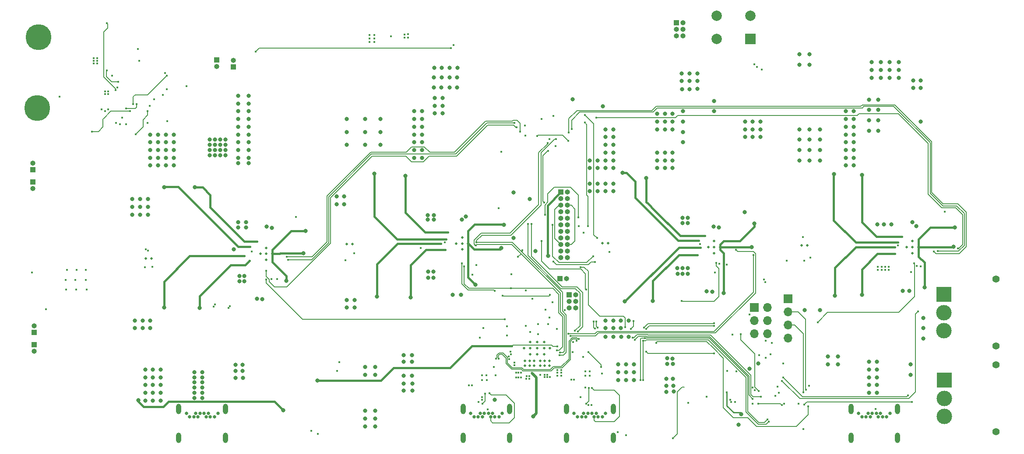
<source format=gbr>
%TF.GenerationSoftware,KiCad,Pcbnew,6.0.0*%
%TF.CreationDate,2022-01-14T14:38:34+01:00*%
%TF.ProjectId,PowerBank V0.2,506f7765-7242-4616-9e6b-2056302e322e,rev?*%
%TF.SameCoordinates,PX2aea540PY80befc0*%
%TF.FileFunction,Copper,L4,Inr*%
%TF.FilePolarity,Positive*%
%FSLAX46Y46*%
G04 Gerber Fmt 4.6, Leading zero omitted, Abs format (unit mm)*
G04 Created by KiCad (PCBNEW 6.0.0) date 2022-01-14 14:38:34*
%MOMM*%
%LPD*%
G01*
G04 APERTURE LIST*
%TA.AperFunction,ComponentPad*%
%ADD10R,1.000000X1.000000*%
%TD*%
%TA.AperFunction,ComponentPad*%
%ADD11O,1.000000X1.000000*%
%TD*%
%TA.AperFunction,ComponentPad*%
%ADD12C,1.400000*%
%TD*%
%TA.AperFunction,ComponentPad*%
%ADD13R,3.000000X3.000000*%
%TD*%
%TA.AperFunction,ComponentPad*%
%ADD14C,3.000000*%
%TD*%
%TA.AperFunction,ComponentPad*%
%ADD15C,0.800000*%
%TD*%
%TA.AperFunction,ComponentPad*%
%ADD16C,5.000000*%
%TD*%
%TA.AperFunction,ComponentPad*%
%ADD17C,0.400000*%
%TD*%
%TA.AperFunction,ComponentPad*%
%ADD18C,0.499999*%
%TD*%
%TA.AperFunction,ComponentPad*%
%ADD19C,2.000000*%
%TD*%
%TA.AperFunction,ComponentPad*%
%ADD20R,2.000000X2.000000*%
%TD*%
%TA.AperFunction,ComponentPad*%
%ADD21C,0.650000*%
%TD*%
%TA.AperFunction,ComponentPad*%
%ADD22O,1.000000X2.000000*%
%TD*%
%TA.AperFunction,ComponentPad*%
%ADD23R,1.700000X1.700000*%
%TD*%
%TA.AperFunction,ComponentPad*%
%ADD24O,1.700000X1.700000*%
%TD*%
%TA.AperFunction,ViaPad*%
%ADD25C,0.400000*%
%TD*%
%TA.AperFunction,ViaPad*%
%ADD26C,0.800000*%
%TD*%
%TA.AperFunction,Conductor*%
%ADD27C,0.200000*%
%TD*%
%TA.AperFunction,Conductor*%
%ADD28C,0.381000*%
%TD*%
%TA.AperFunction,Conductor*%
%ADD29C,0.250000*%
%TD*%
%TA.AperFunction,Conductor*%
%ADD30C,0.500000*%
%TD*%
%TA.AperFunction,Conductor*%
%ADD31C,0.203200*%
%TD*%
%TA.AperFunction,Conductor*%
%ADD32C,0.139700*%
%TD*%
G04 APERTURE END LIST*
D10*
%TO.N,Net-(C123-Pad1)*%
%TO.C,EN*%
X104225000Y32130000D03*
D11*
%TO.N,LDO_3.3V*%
X105495000Y32130000D03*
%TD*%
D10*
%TO.N,+3V3*%
%TO.C,3v3*%
X2244000Y50799000D03*
D11*
%TO.N,Net-(C254-Pad1)*%
X2244000Y49529000D03*
%TD*%
D10*
%TO.N,+3V3*%
%TO.C,IO8*%
X2244000Y53197000D03*
D11*
%TO.N,Net-(IC1-Pad22)*%
X2244000Y54467000D03*
%TD*%
D10*
%TO.N,Net-(C254-Pad1)*%
%TO.C,EN*%
X2498000Y19318000D03*
D11*
%TO.N,Net-(IC1-Pad8)*%
X2498000Y18048000D03*
%TD*%
D10*
%TO.N,GND*%
%TO.C,IO9*%
X2498000Y21716000D03*
D11*
%TO.N,Net-(IC1-Pad23)*%
X2498000Y22986000D03*
%TD*%
D12*
%TO.N,*%
%TO.C,J14*%
X188520000Y15445000D03*
X188520000Y2445000D03*
D13*
%TO.N,+BATT*%
X178520000Y12445000D03*
D14*
%TO.N,/power/MR2*%
X178520000Y8945000D03*
%TO.N,GND*%
X178520000Y5445000D03*
%TD*%
D15*
%TO.N,/WirelessPower/SW_BRG2*%
%TO.C,H2*%
X4712825Y80191825D03*
X3387000Y80741000D03*
X2061175Y80191825D03*
X1512000Y78866000D03*
X2061175Y77540175D03*
X3387000Y76991000D03*
X4712825Y77540175D03*
X5262000Y78866000D03*
D16*
X3387000Y78866000D03*
%TD*%
D15*
%TO.N,/WirelessPower/VCOIL*%
%TO.C,H1*%
X4458825Y66475825D03*
X3133000Y67025000D03*
X1807175Y66475825D03*
X1258000Y65150000D03*
X1807175Y63824175D03*
X3133000Y63275000D03*
X4458825Y63824175D03*
X5008000Y65150000D03*
D16*
X3133000Y65150000D03*
%TD*%
D10*
%TO.N,/BQ1/SPI_SS*%
%TO.C,FLASH*%
X106000000Y29000000D03*
D11*
%TO.N,/BQ1/SPI_CLK*%
X107270000Y29000000D03*
%TO.N,Net-(C123-Pad1)*%
X106000000Y27730000D03*
%TO.N,/BQ1/SPI_MOSI*%
X107270000Y27730000D03*
%TO.N,GND*%
X106000000Y26460000D03*
%TO.N,/BQ1/SPI_MISO*%
X107270000Y26460000D03*
%TD*%
D10*
%TO.N,+5V*%
%TO.C,J12*%
X126700000Y81670000D03*
D11*
%TO.N,/SDA2*%
X127970000Y81670000D03*
%TO.N,+3V3*%
X126700000Y80400000D03*
%TO.N,/SCL2*%
X127970000Y80400000D03*
%TO.N,GND*%
X126700000Y79130000D03*
%TO.N,/DISP*%
X127970000Y79130000D03*
%TD*%
D10*
%TO.N,Net-(J10-Pad2)*%
%TO.C,J11*%
X41050000Y73100000D03*
D11*
%TO.N,+5V*%
X41050000Y74370000D03*
%TD*%
D10*
%TO.N,+5V*%
%TO.C,J10*%
X37850000Y74450000D03*
D11*
%TO.N,Net-(J10-Pad2)*%
X37850000Y73180000D03*
%TD*%
D17*
%TO.N,/PC15*%
%TO.C,Y1*%
X138050000Y8200000D03*
%TO.N,/PC14*%
X137350000Y8200000D03*
%TD*%
D18*
%TO.N,N/C*%
%TO.C,U35*%
X64100001Y38800000D03*
X63000004Y38800000D03*
%TD*%
%TO.N,N/C*%
%TO.C,U34*%
X25250001Y36000000D03*
X24150004Y36000000D03*
%TD*%
%TO.N,N/C*%
%TO.C,U33*%
X113550001Y39000000D03*
X112450004Y39000000D03*
%TD*%
%TO.N,N/C*%
%TO.C,U32*%
X152050001Y38500000D03*
X150950004Y38500000D03*
%TD*%
%TO.N,N/C*%
%TO.C,U26*%
X135200000Y38200000D03*
X134050000Y39350000D03*
X134050000Y38200000D03*
X134050000Y37050000D03*
X132900000Y38200000D03*
%TD*%
%TO.N,N/C*%
%TO.C,U25*%
X100399999Y16200000D03*
X100399999Y15250000D03*
X102150000Y16200000D03*
X102150000Y15250000D03*
X101275001Y15250000D03*
X101275001Y16200000D03*
X99800000Y19850001D03*
X98480000Y19850001D03*
X99800000Y18675400D03*
X97300000Y18650000D03*
X98480000Y18650000D03*
X98480000Y17450000D03*
X99800000Y17450000D03*
X101120000Y17450000D03*
X101120000Y18650000D03*
X102300000Y18650000D03*
X101120000Y19850001D03*
X98350000Y16200000D03*
X98350000Y15250000D03*
X97475001Y15250000D03*
X97475001Y16200000D03*
X99225002Y15250000D03*
X99225002Y16200000D03*
%TD*%
%TO.N,N/C*%
%TO.C,U23*%
X86450000Y38900000D03*
X85300000Y40050000D03*
X85300000Y38900000D03*
X85300000Y37750000D03*
X84150000Y38900000D03*
%TD*%
%TO.N,N/C*%
%TO.C,U13*%
X173550000Y38200000D03*
X172400000Y39350000D03*
X172400000Y38200000D03*
X172400000Y37050000D03*
X171250000Y38200000D03*
%TD*%
D19*
%TO.N,/RESET*%
%TO.C,S1*%
X134500000Y83000000D03*
X141000000Y83000000D03*
%TO.N,GND*%
X134500000Y78500000D03*
D20*
X141000000Y78500000D03*
%TD*%
D21*
%TO.N,GND*%
%TO.C,J9*%
X93050000Y6050000D03*
%TO.N,unconnected-(J9-PadB2)*%
X92400000Y5350000D03*
%TO.N,unconnected-(J9-PadB3)*%
X91600000Y5350000D03*
%TO.N,/BQ1/VBUS2*%
X91200000Y6050000D03*
%TO.N,/BQ1/C2.2*%
X90800000Y5350000D03*
%TO.N,/BQ1/DP2*%
X90400000Y6050000D03*
%TO.N,/BQ1/DN2*%
X89600000Y6050000D03*
%TO.N,unconnected-(J9-PadB8)*%
X89200000Y5350000D03*
%TO.N,/BQ1/VBUS2*%
X88800000Y6050000D03*
%TO.N,unconnected-(J9-PadB10)*%
X88400000Y5350000D03*
%TO.N,unconnected-(J9-PadB11)*%
X87600000Y5350000D03*
%TO.N,GND*%
X86950000Y6050000D03*
D22*
X85500000Y6850000D03*
X94500000Y6850000D03*
X85500000Y1250000D03*
X94500000Y1250000D03*
%TD*%
D21*
%TO.N,GND*%
%TO.C,J8*%
X113050000Y6050000D03*
%TO.N,unconnected-(J8-PadB2)*%
X112400000Y5350000D03*
%TO.N,unconnected-(J8-PadB3)*%
X111600000Y5350000D03*
%TO.N,/BQ1/VBUS1*%
X111200000Y6050000D03*
%TO.N,/BQ1/C1.2*%
X110800000Y5350000D03*
%TO.N,/BQ1/DP1*%
X110400000Y6050000D03*
%TO.N,/BQ1/DN1*%
X109600000Y6050000D03*
%TO.N,unconnected-(J8-PadB8)*%
X109200000Y5350000D03*
%TO.N,/BQ1/VBUS1*%
X108800000Y6050000D03*
%TO.N,unconnected-(J8-PadB10)*%
X108400000Y5350000D03*
%TO.N,unconnected-(J8-PadB11)*%
X107600000Y5350000D03*
%TO.N,GND*%
X106950000Y6050000D03*
D22*
X105500000Y6850000D03*
X114500000Y6850000D03*
X105500000Y1250000D03*
X114500000Y1250000D03*
%TD*%
D21*
%TO.N,GND*%
%TO.C,J7*%
X168050000Y6050000D03*
%TO.N,unconnected-(J7-PadB2)*%
X167400000Y5350000D03*
%TO.N,unconnected-(J7-PadB3)*%
X166600000Y5350000D03*
%TO.N,VIN4*%
X166200000Y6050000D03*
%TO.N,unconnected-(J7-PadB5)*%
X165800000Y5350000D03*
%TO.N,/D+*%
X165400000Y6050000D03*
%TO.N,/D-*%
X164600000Y6050000D03*
%TO.N,unconnected-(J7-PadB8)*%
X164200000Y5350000D03*
%TO.N,VIN4*%
X163800000Y6050000D03*
%TO.N,unconnected-(J7-PadB10)*%
X163400000Y5350000D03*
%TO.N,unconnected-(J7-PadB11)*%
X162600000Y5350000D03*
%TO.N,GND*%
X161950000Y6050000D03*
D22*
X160500000Y6850000D03*
X169500000Y6850000D03*
X160500000Y1250000D03*
X169500000Y1250000D03*
%TD*%
D14*
%TO.N,GND*%
%TO.C,J6*%
X178500000Y22026000D03*
%TO.N,/power/MR1*%
X178500000Y25526000D03*
D13*
%TO.N,+BATT*%
X178500000Y29026000D03*
D12*
%TO.N,*%
X188500000Y19026000D03*
X188500000Y32026000D03*
%TD*%
D23*
%TO.N,+3V3*%
%TO.C,J5*%
X148300000Y28200000D03*
D24*
%TO.N,/TX*%
X148300000Y25660000D03*
%TO.N,/RX*%
X148300000Y23120000D03*
%TO.N,GND*%
X148300000Y20580000D03*
%TD*%
D10*
%TO.N,+5V*%
%TO.C,J4*%
X104400000Y48850000D03*
D11*
X105670000Y48850000D03*
%TO.N,+3V3*%
X104400000Y47580000D03*
X105670000Y47580000D03*
%TO.N,/INT4*%
X104400000Y46310000D03*
%TO.N,/INT3*%
X105670000Y46310000D03*
%TO.N,/OTG2*%
X104400000Y45040000D03*
%TO.N,/OTG3*%
X105670000Y45040000D03*
%TO.N,/SDA*%
X104400000Y43770000D03*
%TO.N,/SCL*%
X105670000Y43770000D03*
%TO.N,GND*%
X104400000Y42500000D03*
X105670000Y42500000D03*
%TO.N,/SDA*%
X104400000Y41230000D03*
%TO.N,/SCL*%
X105670000Y41230000D03*
%TO.N,/OTG2*%
X104400000Y39960000D03*
%TO.N,/OTG3*%
X105670000Y39960000D03*
%TO.N,/INT4*%
X104400000Y38690000D03*
%TO.N,/INT3*%
X105670000Y38690000D03*
%TO.N,+3V3*%
X104400000Y37420000D03*
X105670000Y37420000D03*
%TO.N,+5V*%
X104400000Y36150000D03*
X105670000Y36150000D03*
%TD*%
D23*
%TO.N,+3V3*%
%TO.C,J3*%
X141800000Y26500000D03*
D24*
X144340000Y26500000D03*
%TO.N,Net-(J3-Pad3)*%
X141800000Y23960000D03*
%TO.N,Net-(J3-Pad4)*%
X144340000Y23960000D03*
%TO.N,GND*%
X141800000Y21420000D03*
X144340000Y21420000D03*
%TD*%
D18*
%TO.N,N/C*%
%TO.C,U2*%
X48575081Y36899916D03*
X47425081Y38049916D03*
X47425081Y36899916D03*
X47425081Y35749916D03*
X46275081Y36899916D03*
%TD*%
D21*
%TO.N,GND*%
%TO.C,J1*%
X38050000Y6050000D03*
%TO.N,unconnected-(J1-PadB2)*%
X37400000Y5350000D03*
%TO.N,unconnected-(J1-PadB3)*%
X36600000Y5350000D03*
%TO.N,VIN1*%
X36200000Y6050000D03*
%TO.N,unconnected-(J1-PadB5)*%
X35800000Y5350000D03*
%TO.N,unconnected-(J1-PadB6)*%
X35400000Y6050000D03*
%TO.N,unconnected-(J1-PadB7)*%
X34600000Y6050000D03*
%TO.N,unconnected-(J1-PadB8)*%
X34200000Y5350000D03*
%TO.N,VIN1*%
X33800000Y6050000D03*
%TO.N,unconnected-(J1-PadB10)*%
X33400000Y5350000D03*
%TO.N,unconnected-(J1-PadB11)*%
X32600000Y5350000D03*
%TO.N,GND*%
X31950000Y6050000D03*
D22*
X30500000Y6850000D03*
X39500000Y6850000D03*
X30500000Y1250000D03*
X39500000Y1250000D03*
%TD*%
D25*
%TO.N,Net-(C254-Pad1)*%
X2117000Y33286000D03*
%TO.N,+3V3*%
X151469000Y7746000D03*
X172297000Y8254000D03*
%TO.N,/SDA2*%
X171535000Y9524000D03*
X147405000Y12953000D03*
%TO.N,/SCL2*%
X173440000Y25780000D03*
X147151000Y12318000D03*
%TO.N,/WirelessPower/VCOIL*%
X28279000Y62606000D03*
X7451000Y67309000D03*
%TO.N,/WirelessPower/3v3*%
X22564000Y76580000D03*
%TO.N,GND*%
X4784000Y26161000D03*
X8848000Y33781000D03*
X10753000Y33781000D03*
X12531000Y33781000D03*
X12531000Y31876000D03*
X10499000Y31876000D03*
X8594000Y31876000D03*
X8721000Y29971000D03*
X10626000Y29971000D03*
X12658000Y29971000D03*
%TO.N,/WirelessPower/V_BRIDGE*%
X14055000Y74802000D03*
X14055000Y74294000D03*
X14055000Y73786000D03*
X14690000Y73786000D03*
X14690000Y74294000D03*
X14690000Y74802000D03*
X15579000Y64896000D03*
X16849000Y64896000D03*
X16214000Y64515000D03*
%TO.N,GND*%
X16849000Y68325000D03*
X16849000Y67817000D03*
X16214000Y68325000D03*
X16214000Y67817000D03*
%TO.N,Net-(R132-Pad2)*%
X16595000Y72389000D03*
%TO.N,/WirelessPower/V_BRIDGE*%
X19516000Y63245000D03*
%TO.N,/WirelessPower/CSN*%
X24850000Y65531000D03*
%TO.N,/WirelessPower/CSP*%
X25739000Y66801000D03*
%TO.N,+BATT*%
X20278000Y61975000D03*
X19135000Y61975000D03*
X18373000Y62229000D03*
%TO.N,/WirelessPower/vcoil_ov*%
X22818000Y74294000D03*
%TO.N,/WirelessPower/V_BRIDGE*%
X20265000Y65023000D03*
X22310000Y65912000D03*
%TO.N,/WirelessPower/5V*%
X21675000Y65912000D03*
%TO.N,/WirelessPower/ISNS_OUT*%
X24469000Y64515000D03*
X22183000Y60070000D03*
%TO.N,GND*%
X24469000Y62229000D03*
%TO.N,Net-(R130-Pad2)*%
X13674000Y60578000D03*
X21040000Y64515000D03*
%TO.N,/WirelessPower/SW_BRG2*%
X18627000Y69087000D03*
X17611000Y71386000D03*
%TO.N,Net-(R133-Pad2)*%
X18246000Y68579000D03*
%TO.N,Net-(R132-Pad2)*%
X18754000Y70230000D03*
%TO.N,Net-(R133-Pad2)*%
X16595000Y81533000D03*
%TO.N,/WirelessPower/5V*%
X28152000Y71373000D03*
X31949000Y69341000D03*
%TO.N,/WirelessPower/1v8*%
X27804383Y71876095D03*
%TO.N,+BATT*%
X28158535Y68791203D03*
%TO.N,Net-(R127-Pad1)*%
X27390000Y67690000D03*
%TO.N,/TX1*%
X56125000Y2650000D03*
%TO.N,GND*%
X89100000Y12500000D03*
X90025000Y12475000D03*
X90000000Y13400000D03*
X109090000Y13330000D03*
X109980000Y13340000D03*
X109960000Y14140000D03*
X109100000Y14140000D03*
X71500000Y79000000D03*
D26*
X41100000Y37800000D03*
X24000000Y14500000D03*
X25500000Y14500000D03*
X27000000Y14500000D03*
X27000000Y13000000D03*
X25500000Y13000000D03*
X24000000Y13000000D03*
X24000000Y11500000D03*
X25500000Y11500000D03*
X27000000Y11500000D03*
X27000000Y10000000D03*
X25500000Y10000000D03*
X24000000Y10000000D03*
X24000000Y8500000D03*
X25500000Y8500000D03*
X27000000Y8500000D03*
X25000000Y60000000D03*
X26500000Y60000000D03*
X28000000Y60000000D03*
X29500000Y60000000D03*
X29500000Y58500000D03*
X28000000Y58500000D03*
X26500000Y58500000D03*
X25000000Y58500000D03*
X25000000Y57000000D03*
X26500000Y57000000D03*
X28000000Y57000000D03*
X29500000Y57000000D03*
X29500000Y55500000D03*
X28000000Y55500000D03*
X26500000Y55500000D03*
X25000000Y55500000D03*
X25000000Y54000000D03*
X26500000Y54000000D03*
X28000000Y54000000D03*
X29500000Y54000000D03*
X21500000Y47500000D03*
X23000000Y47500000D03*
X24500000Y47500000D03*
X24500000Y46000000D03*
X23000000Y46000000D03*
X21500000Y46000000D03*
X21500000Y44500000D03*
X23000000Y44500000D03*
X24500000Y44500000D03*
X22000000Y24000000D03*
X23500000Y24000000D03*
X25000000Y24000000D03*
X25000000Y22500000D03*
X23500000Y22500000D03*
X22000000Y22500000D03*
X115500000Y15500000D03*
X117000000Y15500000D03*
X118500000Y15500000D03*
X118500000Y14000000D03*
X117000000Y14000000D03*
X115500000Y14000000D03*
X115500000Y12500000D03*
X117000000Y12500000D03*
X118500000Y12500000D03*
X116000000Y24000000D03*
X116000000Y22500000D03*
X116020000Y20860000D03*
X117520000Y20870000D03*
X117500000Y24000000D03*
X114500000Y24000000D03*
X114500000Y22500000D03*
X114510000Y20840000D03*
X113000000Y24000000D03*
X113000000Y22500000D03*
X113020000Y20830000D03*
X111500000Y50500000D03*
X113000000Y50500000D03*
X114500000Y50500000D03*
X114500000Y49000000D03*
X113000000Y49000000D03*
X111500000Y49000000D03*
X110000000Y50500000D03*
X110000000Y49000000D03*
X110000000Y53500000D03*
X111500000Y53500000D03*
X113000000Y53500000D03*
X114500000Y53500000D03*
X114500000Y55000000D03*
X113000000Y55000000D03*
X111500000Y55000000D03*
X110000000Y55000000D03*
X114500000Y56500000D03*
X113000000Y56500000D03*
X140000000Y62500000D03*
X140000000Y61000000D03*
X140000000Y59500000D03*
X141500000Y59500000D03*
X141500000Y61000000D03*
X141500000Y62500000D03*
X143000000Y62500000D03*
X143000000Y61000000D03*
X143000000Y59500000D03*
X134000000Y64500000D03*
X134000000Y66450000D03*
X112500000Y65500000D03*
D25*
X106725000Y19850000D03*
X147550000Y7900000D03*
X142700000Y17300000D03*
X141500000Y11000000D03*
X93950000Y21100000D03*
X94650000Y18000000D03*
X106700000Y17875000D03*
X136575000Y14275000D03*
D26*
X113000000Y58000000D03*
X114500000Y58000000D03*
X114500000Y59500000D03*
X113000000Y59500000D03*
X114500000Y61000000D03*
X113000000Y61000000D03*
D25*
X89100001Y13399999D03*
X132550000Y9250000D03*
X137125000Y8675000D03*
X74125000Y79375000D03*
X74150000Y78775000D03*
X74825000Y79400000D03*
X74850000Y78800000D03*
X83600000Y77325000D03*
X151300000Y2950000D03*
D26*
X66500000Y15000000D03*
X68500000Y15000000D03*
X68500000Y13500000D03*
X66500000Y13500000D03*
X66500000Y6500000D03*
X68500000Y6500000D03*
X66500000Y5000000D03*
X68500000Y5000000D03*
X68500000Y3500000D03*
X66500000Y3500000D03*
X63000000Y28000000D03*
X64500000Y28000000D03*
X64500000Y26500000D03*
X63000000Y26500000D03*
X61000000Y48000000D03*
X62500000Y48000000D03*
X62500000Y46500000D03*
X61000000Y46500000D03*
X66500000Y63000000D03*
X69500000Y63000000D03*
X69500000Y60500000D03*
X66500000Y60500000D03*
X66500000Y58000000D03*
X69500000Y58000000D03*
X63000000Y63000000D03*
X63000000Y60500000D03*
X63000000Y58000000D03*
X150500000Y61000000D03*
X152500000Y61000000D03*
X154500000Y61000000D03*
X154500000Y59000000D03*
X152500000Y59000000D03*
X150500000Y59000000D03*
X150500000Y57000000D03*
X152500000Y57000000D03*
X154500000Y57000000D03*
X150500000Y75500000D03*
X152500000Y75500000D03*
X152500000Y73500000D03*
X150500000Y73500000D03*
X154500000Y26000000D03*
X151500000Y26000000D03*
X156000000Y15500000D03*
X158000000Y15500000D03*
X156000000Y17000000D03*
X158000000Y17000000D03*
X172000000Y13500000D03*
X172000000Y15500000D03*
X174500000Y24500000D03*
X174500000Y22500000D03*
X174500000Y20500000D03*
X174000000Y62500000D03*
X174000000Y69000000D03*
X174000000Y70500000D03*
X172500000Y70500000D03*
X172500000Y69000000D03*
X150500000Y55000000D03*
X152500000Y55000000D03*
X154500000Y55000000D03*
X41500000Y12900000D03*
X41500000Y14200000D03*
X41500000Y15400000D03*
X42800000Y15400000D03*
X42800000Y14200000D03*
X42900000Y12900000D03*
D25*
X77250000Y38050000D03*
D26*
%TO.N,VIN1*%
X33500000Y14000000D03*
X35000000Y14000000D03*
X35000000Y13000000D03*
X33500000Y13000000D03*
X33500000Y12000000D03*
X35000000Y12000000D03*
X35000000Y11000000D03*
X33500000Y11000000D03*
X33500000Y10000000D03*
X35000000Y10000000D03*
X35000000Y9000000D03*
X33500000Y9000000D03*
%TO.N,GNDA*%
X141300000Y38200000D03*
%TO.N,GND*%
X54600000Y37000000D03*
X55000000Y41300000D03*
X51300000Y31700000D03*
%TO.N,GNDA*%
X141800000Y42800000D03*
X135900000Y29300000D03*
X180300000Y38300000D03*
X180600000Y42000000D03*
X174700000Y30400000D03*
X87900000Y30890000D03*
X93400000Y42550000D03*
X92900000Y38000000D03*
%TO.N,Net-(C12-Pad1)*%
X46600000Y28100000D03*
%TO.N,Net-(C14-Pad1)*%
X45600000Y28200000D03*
D25*
%TO.N,Net-(C21-Pad2)*%
X43180000Y36480000D03*
D26*
X27650000Y26550000D03*
%TO.N,Net-(C22-Pad1)*%
X42200000Y31600000D03*
X43200000Y31600000D03*
X43200000Y32600000D03*
X42200000Y32600000D03*
%TO.N,Net-(C23-Pad1)*%
X42000000Y43000000D03*
X43500000Y43000000D03*
X43500000Y42000000D03*
X42000000Y42000000D03*
D25*
%TO.N,Net-(C24-Pad1)*%
X44300000Y38300000D03*
D26*
X27700000Y49800000D03*
%TO.N,Net-(C27-Pad1)*%
X36500000Y59000000D03*
X37500000Y59000000D03*
X38500000Y59000000D03*
X39500000Y59000000D03*
X39500000Y58000000D03*
X38500000Y58000000D03*
X37500000Y58000000D03*
X36500000Y58000000D03*
X36500000Y57000000D03*
X37500000Y57000000D03*
X38500000Y57000000D03*
X39500000Y57000000D03*
X39500000Y56000000D03*
X38500000Y56000000D03*
X37500000Y56000000D03*
X36500000Y56000000D03*
%TO.N,+BATT*%
X42000000Y67500000D03*
X44000000Y67500000D03*
X44000000Y66000000D03*
X42000000Y66000000D03*
X42000000Y64500000D03*
X44000000Y64500000D03*
X44000000Y63000000D03*
X44000000Y61500000D03*
X44000000Y60000000D03*
X44000000Y58500000D03*
X42000000Y58500000D03*
X42000000Y60000000D03*
X42000000Y61500000D03*
X42000000Y63000000D03*
X42000000Y57000000D03*
X44000000Y57000000D03*
X42000000Y55500000D03*
X44000000Y55500000D03*
X44000000Y54500000D03*
X42000000Y54500000D03*
X127775000Y71800000D03*
X129275000Y71800000D03*
X130775000Y71800000D03*
X130775000Y70350000D03*
X129275000Y70350000D03*
X127775000Y70350000D03*
X127800000Y68775000D03*
X129300000Y68775000D03*
X130800000Y68825000D03*
X128000000Y64500000D03*
X128000000Y62500000D03*
X128000000Y60500000D03*
X128000000Y58500000D03*
X164500000Y74000000D03*
X166250000Y74000000D03*
X168000000Y74000000D03*
X169750000Y74000000D03*
X169750000Y72500000D03*
X168000000Y72500000D03*
X166250000Y72500000D03*
X164500000Y72500000D03*
X164500000Y71000000D03*
X166250000Y71000000D03*
X168000000Y71000000D03*
X169750000Y71000000D03*
X164000000Y66750000D03*
X165750000Y66750000D03*
X165750000Y64750000D03*
X164000000Y64750000D03*
X164000000Y62750000D03*
X165750000Y62750000D03*
X165750000Y60750000D03*
X164000000Y60750000D03*
X79875000Y72900000D03*
X81375000Y72900000D03*
X82875000Y72900000D03*
X84375000Y72900000D03*
X84350000Y71025000D03*
X82850000Y71025000D03*
X81350000Y71025000D03*
X79850000Y71025000D03*
X79800000Y69075000D03*
X81300000Y69075000D03*
X84350000Y69100000D03*
X82850000Y69100000D03*
X80025000Y67075000D03*
X81525000Y67075000D03*
X81525000Y65575000D03*
X80025000Y65575000D03*
X80025000Y64075000D03*
X81525000Y64075000D03*
D25*
X67400000Y79300000D03*
X68300000Y79300000D03*
X68300000Y78600000D03*
X67400000Y78600000D03*
X67400000Y77900000D03*
X68300000Y77900000D03*
D26*
%TO.N,+3V3*%
X139300000Y5900000D03*
D25*
X136500000Y10100000D03*
X98800000Y13820000D03*
X62750000Y35650000D03*
D26*
X138775000Y3850000D03*
X140825000Y14700000D03*
X142575000Y15700000D03*
X99075000Y5475000D03*
D25*
X147400000Y15700000D03*
X92875000Y56675000D03*
X102900000Y63600000D03*
X100650000Y63000000D03*
X111000000Y35350000D03*
X102950000Y35450000D03*
D26*
X99480000Y37420000D03*
X95200000Y39950000D03*
X98350000Y47550000D03*
X95200000Y48750000D03*
D25*
X151450000Y35600000D03*
D26*
X106625000Y66800000D03*
D25*
X94000000Y22900000D03*
X126075000Y1200000D03*
X23950002Y34349998D03*
D26*
X50700000Y6600000D03*
X22700000Y8600000D03*
%TO.N,Net-(R16-Pad2)*%
X47500000Y42200000D03*
%TO.N,Net-(R18-Pad2)*%
X48500000Y41900000D03*
%TO.N,Net-(U1-Pad4)*%
X34500000Y26400000D03*
D25*
X44200000Y35600000D03*
%TO.N,Net-(U2-Pad24)*%
X45600000Y39300000D03*
D26*
X33600000Y49800000D03*
D25*
%TO.N,/BQ1/ILIM_HIZ1*%
X48370000Y32060000D03*
%TO.N,/BQ1/VDDA1*%
X49520000Y32000000D03*
X53140000Y44070000D03*
%TO.N,/BQ1/REGN1*%
X44600000Y37380000D03*
%TO.N,+5V*%
X94900000Y19100000D03*
X103675000Y19000000D03*
D26*
X57300000Y12400000D03*
X101950000Y36550000D03*
D25*
%TO.N,Net-(C65-Pad1)*%
X109090000Y11000000D03*
%TO.N,LDO_3.3V*%
X100400000Y13500000D03*
X112180000Y15000000D03*
X109750000Y17875000D03*
X91450000Y15000000D03*
X94425000Y16525000D03*
X89400000Y22550000D03*
X102300000Y28950000D03*
X93100000Y28800000D03*
D26*
%TO.N,VIN4*%
X164000000Y16000000D03*
X165500000Y16000000D03*
X164000000Y14500000D03*
X165500000Y14500000D03*
X165500000Y13000000D03*
X164000000Y13000000D03*
X164000000Y11500000D03*
X165500000Y11500000D03*
X165500000Y10000000D03*
X164000000Y10000000D03*
D25*
%TO.N,/BQ1/VBUS1*%
X108175000Y9175000D03*
X103680000Y13900000D03*
X103680000Y13330000D03*
X104460000Y13330000D03*
X104450000Y13920000D03*
X104430000Y14440000D03*
X103660000Y14440000D03*
%TO.N,/BQ1/ILIM_HIZ4*%
X173200000Y34550000D03*
D26*
%TO.N,Net-(C81-Pad1)*%
X171750000Y29750000D03*
D25*
%TO.N,/BQ1/VDDA4*%
X178600000Y45100000D03*
X174000000Y34500000D03*
D26*
%TO.N,Net-(C83-Pad1)*%
X170500000Y29750000D03*
D25*
%TO.N,Net-(C92-Pad2)*%
X169000000Y38200000D03*
D26*
X157400000Y28800000D03*
D25*
%TO.N,Net-(C93-Pad1)*%
X165700000Y33800000D03*
X166400000Y33800000D03*
X167100000Y33800000D03*
X167800000Y33800000D03*
X167800000Y34400000D03*
X167100000Y34400000D03*
X166400000Y34400000D03*
X165700000Y34400000D03*
%TO.N,/BQ1/VBUS2*%
X97740000Y13230000D03*
X97720000Y12740000D03*
X98240000Y12740000D03*
X98250000Y13210000D03*
D26*
X91625000Y8625000D03*
D25*
X88500000Y8250000D03*
D26*
%TO.N,Net-(C96-Pad1)*%
X165600000Y42600000D03*
X166900000Y42600000D03*
X168300000Y42600000D03*
D25*
%TO.N,Net-(C98-Pad1)*%
X169600000Y39100000D03*
D26*
X157200000Y52300000D03*
D25*
%TO.N,/BQ1/REGN4*%
X169600000Y38500000D03*
D26*
%TO.N,Net-(C101-Pad1)*%
X159500000Y64500000D03*
X161000000Y64500000D03*
X159500000Y63000000D03*
X161000000Y63000000D03*
X161000000Y61500000D03*
X159500000Y61500000D03*
X159500000Y60000000D03*
X161000000Y60000000D03*
X161000000Y58500000D03*
X159500000Y58500000D03*
X159500000Y57000000D03*
X161000000Y57000000D03*
X161000000Y55500000D03*
X159500000Y55500000D03*
X159500000Y54000000D03*
X161000000Y54000000D03*
D25*
%TO.N,Net-(C123-Pad1)*%
X102800000Y27550000D03*
%TO.N,VIN3*%
X96700000Y13900000D03*
X96200000Y13900000D03*
X95700000Y13900000D03*
D26*
X74000000Y13300000D03*
X75600000Y13300000D03*
X75700000Y11800000D03*
X74000000Y11800000D03*
X74000000Y10400000D03*
X75700000Y10400000D03*
X74000000Y16000000D03*
X75600000Y16000000D03*
X75600000Y17300000D03*
X74000000Y17300000D03*
D25*
X95700000Y13000000D03*
X96200000Y13000000D03*
X96700000Y13000000D03*
%TO.N,VIN2*%
X101280000Y13490000D03*
X101280000Y13030000D03*
X101780000Y13020000D03*
X102280000Y13020000D03*
X101780000Y13490000D03*
D26*
X124800000Y11400000D03*
X126130000Y11390000D03*
X126180000Y10250000D03*
X124790000Y10210000D03*
X124810000Y12710000D03*
X126090000Y12690000D03*
X126000000Y16640000D03*
X124920000Y16670000D03*
X124920000Y15580000D03*
X126050000Y15580000D03*
D25*
%TO.N,/BQ1/ILIM_HIZ3*%
X87300000Y32900000D03*
%TO.N,/BQ1/ILIM_HIZ2*%
X135000000Y34950000D03*
D26*
%TO.N,Net-(C144-Pad1)*%
X85100000Y29000000D03*
%TO.N,Net-(C145-Pad1)*%
X133650000Y29550000D03*
D25*
%TO.N,/BQ1/VDDA3*%
X88000000Y34700000D03*
X92325000Y45700000D03*
D26*
%TO.N,Net-(C147-Pad1)*%
X83500000Y29000000D03*
%TO.N,/BQ1/VDDA2*%
X139900000Y45000000D03*
D25*
X136500000Y34800000D03*
D26*
%TO.N,Net-(C149-Pad1)*%
X132550000Y29650000D03*
D25*
%TO.N,Net-(C164-Pad2)*%
X81200000Y38900000D03*
D26*
X68800000Y28600000D03*
D25*
%TO.N,Net-(C166-Pad2)*%
X131350000Y38150000D03*
D26*
X116750000Y27700000D03*
%TO.N,Net-(C168-Pad1)*%
X79700000Y32300000D03*
X79700000Y33500000D03*
X78700000Y32300000D03*
X78700000Y33500000D03*
%TO.N,Net-(C169-Pad1)*%
X126950000Y33050000D03*
X127950000Y33050000D03*
X128900000Y33050000D03*
X128950000Y34150000D03*
X127900000Y34150000D03*
X126900000Y34100000D03*
%TO.N,Net-(C170-Pad1)*%
X78600000Y43500000D03*
X79800000Y43500000D03*
X79800000Y44400000D03*
X78600000Y44400000D03*
%TO.N,Net-(C171-Pad1)*%
X127900000Y42900000D03*
X128900000Y42900000D03*
X128900000Y43900000D03*
X127900000Y43900000D03*
D25*
%TO.N,Net-(C172-Pad1)*%
X82200000Y39700000D03*
D26*
X68300000Y52400000D03*
D25*
%TO.N,Net-(C173-Pad1)*%
X131050000Y39500000D03*
D26*
X116350000Y52600000D03*
D25*
%TO.N,/BQ1/REGN3*%
X81899998Y39100002D03*
%TO.N,/BQ1/REGN2*%
X131300000Y38800000D03*
D26*
%TO.N,Net-(C178-Pad1)*%
X76000000Y64500000D03*
X77500000Y64500000D03*
X77500000Y63000000D03*
X76000000Y63000000D03*
X76000000Y61500000D03*
X77500000Y61500000D03*
X77500000Y60000000D03*
X76000000Y60000000D03*
X76000000Y58500000D03*
X77500000Y58500000D03*
X77500000Y57000000D03*
X76000000Y57000000D03*
X76000000Y55500000D03*
X77500000Y55500000D03*
%TO.N,Net-(C181-Pad1)*%
X123000000Y64000000D03*
X124500000Y64000000D03*
X126000000Y64000000D03*
X126000000Y62500000D03*
X124500000Y62500000D03*
X123000000Y62500000D03*
X123000000Y61000000D03*
X124500000Y61000000D03*
X126000000Y61000000D03*
X126000000Y55000000D03*
X124500000Y55000000D03*
X123000000Y55000000D03*
X123000000Y53500000D03*
X124500000Y53500000D03*
X126000000Y53500000D03*
X126000000Y56500000D03*
X124500000Y56500000D03*
X123000000Y56500000D03*
D25*
%TO.N,Net-(C219-Pad2)*%
X100000000Y21380000D03*
%TO.N,Net-(J3-Pad4)*%
X140900000Y25175000D03*
%TO.N,/INT3*%
X142300000Y73100000D03*
%TO.N,/INT4*%
X141800000Y73600000D03*
%TO.N,/OTG3*%
X143100000Y9250000D03*
X118250000Y20650000D03*
X116800000Y22700000D03*
X108150000Y34350000D03*
%TO.N,/OTG2*%
X141500000Y8850000D03*
X109250000Y30000000D03*
X100650000Y39350000D03*
X118650000Y20250000D03*
X117900000Y22350000D03*
X118400000Y23900000D03*
%TO.N,/SCL*%
X144600000Y4380000D03*
X120300000Y20070000D03*
X103610000Y22370000D03*
X101880000Y23260000D03*
X24500000Y37500000D03*
X37200000Y26700000D03*
X40100000Y26400000D03*
X120300000Y12500000D03*
X61100000Y14200000D03*
X110750000Y23850000D03*
X110950000Y22440000D03*
X107850000Y42300000D03*
X109000000Y62300000D03*
X109600000Y42300000D03*
X120450000Y22650000D03*
X134050000Y23500000D03*
X143700000Y31900000D03*
X151200000Y40150000D03*
%TO.N,/SDA*%
X120610000Y20550000D03*
X144380000Y4870000D03*
X24100000Y37800000D03*
X37500000Y27100000D03*
X40400000Y26800000D03*
X119800000Y12500000D03*
X61500000Y15900000D03*
X111500000Y22600000D03*
X111250000Y23800000D03*
X110650000Y36450000D03*
X102800000Y42550000D03*
X109000000Y63800000D03*
X111399999Y39950001D03*
X148100000Y35600000D03*
X143950000Y31450000D03*
X134000000Y22950000D03*
X120900000Y22400000D03*
%TO.N,/RX*%
X151250000Y10100000D03*
%TO.N,/TX*%
X151810000Y10640000D03*
%TO.N,/BQ1/C1.1*%
X109300000Y7900000D03*
X109800000Y10900000D03*
%TO.N,/BQ1/DP1*%
X109730150Y7600000D03*
X106390150Y12580000D03*
%TO.N,/BQ1/DN1*%
X110269850Y7600000D03*
X106929850Y12580000D03*
%TO.N,/BQ1/C1.2*%
X110400000Y10900000D03*
%TO.N,/BQ1/C2.1*%
X89200000Y7900000D03*
X89700000Y9800000D03*
%TO.N,/BQ1/DP2*%
X89110000Y8640150D03*
X86620150Y11420000D03*
%TO.N,/BQ1/DN2*%
X89110000Y9179850D03*
X87159850Y11420000D03*
X90270000Y6760000D03*
%TO.N,/BQ1/C2.2*%
X90600000Y9900000D03*
%TO.N,/OTG1*%
X47400000Y31900000D03*
X144025000Y16750000D03*
X93500000Y24250000D03*
X108810000Y41010000D03*
X120900000Y18000000D03*
X134000000Y17650000D03*
%TO.N,/BQ1/CHRG_OK3*%
X85200000Y35100000D03*
X91575000Y29725000D03*
X103400000Y57750000D03*
X94850000Y32950000D03*
%TO.N,/BQ1/SDA1*%
X51600000Y35750000D03*
X95400000Y62250000D03*
%TO.N,/BQ1/SCL1*%
X51375000Y36300000D03*
X96487500Y60562500D03*
%TO.N,/PC13*%
X141500000Y7900000D03*
%TO.N,/BOOT0*%
X142675000Y10375000D03*
X139175000Y21350000D03*
%TO.N,/INT2*%
X143200000Y72600000D03*
X102200000Y59150000D03*
X101900000Y56800000D03*
X101150000Y46850000D03*
%TO.N,/OTG4*%
X172700000Y35100000D03*
X144900000Y17500000D03*
X154050000Y23650000D03*
X144025000Y20075000D03*
X107800000Y43975000D03*
X101290000Y44435000D03*
%TO.N,/RESET*%
X141850000Y10550000D03*
%TO.N,/BOOT1*%
X137600000Y21250000D03*
%TO.N,/INT1*%
X122800000Y19700000D03*
X152200000Y7400000D03*
X152400000Y11400000D03*
%TO.N,/BQ1/FLT*%
X112350000Y13760000D03*
%TO.N,/BQ1/FLT1*%
X91725000Y13400000D03*
%TO.N,/BQ1/CHRG_OK4*%
X172100000Y33400000D03*
X181150000Y37950000D03*
X111250000Y63250000D03*
%TO.N,/BQ1/SDA4*%
X176550000Y37350000D03*
X105925000Y60425000D03*
%TO.N,/BQ1/SCL4*%
X106475000Y61075000D03*
X177250000Y37400000D03*
D26*
%TO.N,Net-(R63-Pad2)*%
X172325000Y43025000D03*
%TO.N,Net-(R65-Pad2)*%
X173100000Y42300000D03*
D25*
%TO.N,/BQ1/SPI_SS*%
X98410000Y21800000D03*
X101375000Y26075000D03*
X102200000Y24600000D03*
%TO.N,/BQ1/SPI_MISO*%
X100010000Y23290000D03*
%TO.N,/BQ1/OTG3*%
X85700000Y34500000D03*
X103640000Y18190000D03*
X94710000Y30210000D03*
%TO.N,/BQ1/OTG2*%
X134400000Y35150000D03*
X127780000Y27790000D03*
X97599999Y22975001D03*
%TO.N,/BQ1/CHRG_OK2*%
X134150000Y33300000D03*
X97500000Y59800000D03*
X105800000Y58800000D03*
X99800000Y59750000D03*
%TO.N,/BQ1/SDA3*%
X87930000Y38580000D03*
X104180000Y17790000D03*
X101850000Y58375000D03*
X96100000Y36300000D03*
%TO.N,/BQ1/SDA2*%
X105830000Y21460000D03*
X141590000Y36650000D03*
X107100000Y22000000D03*
X98000000Y42700000D03*
%TO.N,/BQ1/SCL3*%
X104090000Y17260000D03*
X88060000Y39110000D03*
X103425000Y59100000D03*
X96900000Y37600000D03*
%TO.N,/BQ1/SCL2*%
X138240000Y37680000D03*
X106230000Y21030000D03*
X107700000Y21900000D03*
X98700000Y42700000D03*
D26*
%TO.N,Net-(R103-Pad2)*%
X85200000Y43500000D03*
%TO.N,Net-(R105-Pad2)*%
X133900000Y42200000D03*
%TO.N,Net-(R106-Pad2)*%
X86000000Y44100000D03*
%TO.N,Net-(R109-Pad2)*%
X134900000Y42000000D03*
D25*
%TO.N,Net-(R115-Pad2)*%
X152600000Y36210000D03*
%TO.N,Net-(R117-Pad2)*%
X113750001Y37299999D03*
%TO.N,Net-(R118-Pad2)*%
X25400000Y34400000D03*
%TO.N,Net-(R121-Pad2)*%
X64425000Y37050000D03*
%TO.N,/MOSI*%
X146300000Y11200000D03*
%TO.N,/MISO*%
X145900000Y9400000D03*
%TO.N,/CLK*%
X146500000Y10000000D03*
%TO.N,/SS*%
X147100000Y7600000D03*
X142570000Y7875000D03*
%TO.N,Net-(U12-Pad4)*%
X169000000Y36900000D03*
D26*
X162600000Y29000000D03*
D25*
%TO.N,Net-(U13-Pad24)*%
X170300000Y40200000D03*
D26*
X162600000Y52200000D03*
D25*
%TO.N,/BQ1/PDP1*%
X94700813Y17440813D03*
%TO.N,/BQ1/PDN1*%
X94319187Y17059187D03*
%TO.N,/BQ1/S1*%
X108725000Y16950000D03*
%TO.N,/BQ1/SPI_CLK*%
X98850000Y28240000D03*
%TO.N,/BQ1/SPI_MOSI*%
X97595000Y29825000D03*
X105175000Y26050000D03*
%TO.N,Net-(U21-Pad4)*%
X82000000Y37700000D03*
D26*
X75300000Y28500000D03*
D25*
%TO.N,Net-(U22-Pad4)*%
X130750000Y36700000D03*
D26*
X122150000Y27750000D03*
D25*
%TO.N,Net-(U23-Pad24)*%
X82500000Y41100000D03*
D26*
X74300000Y52000000D03*
D25*
%TO.N,Net-(U26-Pad24)*%
X132250000Y40400000D03*
D26*
X120900000Y51600000D03*
D25*
%TO.N,/FAN*%
X83100000Y76700000D03*
X45350000Y76050000D03*
%TO.N,/DISP*%
X145225000Y19625000D03*
X150325000Y7900000D03*
%TO.N,/D-*%
X165250000Y6850000D03*
%TO.N,/RX1*%
X57363021Y2013021D03*
X117000000Y1775000D03*
X129025000Y8050000D03*
%TO.N,/TX1*%
X138300000Y14125000D03*
X115375000Y2375000D03*
%TO.N,/BQ1/CHRG_OK1*%
X47400000Y33600000D03*
X95825000Y61375000D03*
X97475000Y61700000D03*
%TO.N,/BQ1/S2*%
X88750000Y20700000D03*
%TO.N,/BQ1/PDP2*%
X95370000Y15869849D03*
%TO.N,/BQ1/PDN2*%
X95370000Y15330149D03*
%TO.N,/BQ1/PN1*%
X92369850Y16600000D03*
X107434187Y20059187D03*
%TO.N,/BQ1/PP1*%
X91830150Y16600000D03*
X107815813Y20440813D03*
%TD*%
D27*
%TO.N,+3V3*%
X151977000Y8254000D02*
X151469000Y7746000D01*
X172297000Y8254000D02*
X151977000Y8254000D01*
%TO.N,/SDA2*%
X171281000Y9270000D02*
X171535000Y9524000D01*
X155914000Y9270000D02*
X171281000Y9270000D01*
X147405000Y12953000D02*
X151088000Y9270000D01*
X151088000Y9270000D02*
X155914000Y9270000D01*
%TO.N,/SCL2*%
X147151000Y12318000D02*
X150580000Y8889000D01*
X150580000Y8889000D02*
X171662000Y8889000D01*
X171662000Y8889000D02*
X172932000Y10159000D01*
X172932000Y10159000D02*
X172932000Y25272000D01*
X172932000Y25272000D02*
X173440000Y25780000D01*
%TO.N,Net-(R132-Pad2)*%
X16595000Y72389000D02*
X16468000Y72262000D01*
X16468000Y72262000D02*
X16468000Y71246000D01*
X16468000Y71246000D02*
X17484000Y70230000D01*
X17484000Y70230000D02*
X18754000Y70230000D01*
%TO.N,/WirelessPower/V_BRIDGE*%
X22310000Y65912000D02*
X22310000Y65277000D01*
X22310000Y65277000D02*
X22056000Y65023000D01*
X22056000Y65023000D02*
X20265000Y65023000D01*
%TO.N,/WirelessPower/5V*%
X21675000Y67309000D02*
X21675000Y65912000D01*
X22056000Y67690000D02*
X21675000Y67309000D01*
X28152000Y71373000D02*
X24469000Y67690000D01*
X24469000Y67690000D02*
X22056000Y67690000D01*
%TO.N,/WirelessPower/ISNS_OUT*%
X23580000Y62864000D02*
X24469000Y63753000D01*
X22183000Y60070000D02*
X23580000Y61467000D01*
X23580000Y61467000D02*
X23580000Y62864000D01*
X24469000Y63753000D02*
X24469000Y64515000D01*
%TO.N,Net-(R130-Pad2)*%
X15833000Y61467000D02*
X14944000Y60578000D01*
X17357000Y64515000D02*
X15960000Y63118000D01*
X14944000Y60578000D02*
X13674000Y60578000D01*
X21040000Y64515000D02*
X17357000Y64515000D01*
X15960000Y63118000D02*
X15833000Y62991000D01*
X15833000Y62991000D02*
X15833000Y61467000D01*
%TO.N,Net-(R133-Pad2)*%
X18246000Y68579000D02*
X18246000Y68833000D01*
X15960000Y71119000D02*
X15960000Y79882000D01*
X16722000Y81406000D02*
X16595000Y81533000D01*
X18246000Y68833000D02*
X15960000Y71119000D01*
X15960000Y79882000D02*
X16722000Y80644000D01*
X16722000Y80644000D02*
X16722000Y81406000D01*
%TO.N,GNDA*%
X86450000Y38900000D02*
X86450000Y38550000D01*
X86450000Y38900000D02*
X86450000Y39450000D01*
X86450000Y38900000D02*
X86600000Y38900000D01*
D28*
%TO.N,GND*%
X54600000Y37000000D02*
X50100000Y37000000D01*
X50100000Y37000000D02*
X50000000Y36900000D01*
X50000000Y36900000D02*
X48600000Y36900000D01*
X48575081Y36899916D02*
X48575081Y37675081D01*
X52200000Y41300000D02*
X55000000Y41300000D01*
X48575081Y37675081D02*
X52200000Y41300000D01*
X48575081Y36899916D02*
X48575081Y35324919D01*
X51300000Y32600000D02*
X51300000Y31700000D01*
X48575081Y35324919D02*
X51300000Y32600000D01*
%TO.N,GNDA*%
X141300000Y38200000D02*
X135200000Y38200000D01*
X141800000Y42800000D02*
X141800000Y42200000D01*
X141800000Y42200000D02*
X139000000Y39400000D01*
X139000000Y39400000D02*
X135900000Y39400000D01*
X135200000Y38700000D02*
X135200000Y38200000D01*
X135900000Y39400000D02*
X135200000Y38700000D01*
X135900000Y29300000D02*
X135900000Y37000000D01*
X135200000Y37700000D02*
X135200000Y38200000D01*
X135900000Y37000000D02*
X135200000Y37700000D01*
X173550000Y38200000D02*
X180200000Y38200000D01*
X180200000Y38200000D02*
X180300000Y38300000D01*
X173550000Y39750000D02*
X173550000Y38200000D01*
X175800000Y42000000D02*
X173550000Y39750000D01*
X180600000Y42000000D02*
X175800000Y42000000D01*
X174700000Y30400000D02*
X174700000Y35200000D01*
X173550000Y36350000D02*
X173550000Y38200000D01*
X174700000Y35200000D02*
X173550000Y36350000D01*
X86450000Y32340000D02*
X87900000Y30890000D01*
X87675000Y42575000D02*
X86450000Y41350000D01*
X93375000Y42575000D02*
X87675000Y42575000D01*
X93400000Y42550000D02*
X93375000Y42575000D01*
X92900000Y38000000D02*
X92700000Y37800000D01*
X87650000Y37800000D02*
X86450000Y39000000D01*
X92700000Y37800000D02*
X87650000Y37800000D01*
X86450000Y39000000D02*
X86450000Y32340000D01*
X86450000Y41350000D02*
X86450000Y39000000D01*
%TO.N,Net-(C21-Pad2)*%
X27650000Y31550000D02*
X27650000Y26550000D01*
X32580000Y36480000D02*
X27650000Y31550000D01*
X43180000Y36480000D02*
X32580000Y36480000D01*
%TO.N,Net-(C24-Pad1)*%
X44300000Y38300000D02*
X42000000Y38300000D01*
X42000000Y38300000D02*
X30400000Y49900000D01*
X30400000Y49900000D02*
X27900000Y49900000D01*
X27800000Y49900000D02*
X27700000Y49800000D01*
X27900000Y49900000D02*
X27800000Y49900000D01*
D29*
%TO.N,+3V3*%
X139300000Y5900000D02*
X139000000Y6200000D01*
X139000000Y6200000D02*
X137800000Y6200000D01*
X137800000Y6200000D02*
X136500000Y7500000D01*
X136500000Y7500000D02*
X136500000Y10100000D01*
D30*
X99075000Y5475000D02*
X99650000Y6050000D01*
X99650000Y12970000D02*
X98800000Y13820000D01*
X99650000Y6050000D02*
X99650000Y12970000D01*
D27*
X111000000Y35350000D02*
X110250000Y35350000D01*
X110250000Y35350000D02*
X109750000Y34850000D01*
X103550000Y34850000D02*
X102950000Y35450000D01*
X109750000Y34850000D02*
X103550000Y34850000D01*
X128250000Y11100000D02*
X127850000Y11100000D01*
X127850000Y11100000D02*
X126900000Y10150000D01*
X126900000Y2025000D02*
X126075000Y1200000D01*
X126900000Y10150000D02*
X126900000Y2025000D01*
D28*
X50700000Y6600000D02*
X49000000Y8300000D01*
X49000000Y8300000D02*
X28500000Y8300000D01*
X28500000Y8300000D02*
X27500000Y7300000D01*
X27500000Y7300000D02*
X23700000Y7300000D01*
X22700000Y8300000D02*
X22700000Y8600000D01*
X23700000Y7300000D02*
X22700000Y8300000D01*
%TO.N,Net-(U1-Pad4)*%
X34500000Y26400000D02*
X34500000Y28700000D01*
X34500000Y28700000D02*
X40500000Y34700000D01*
X43300000Y34700000D02*
X44200000Y35600000D01*
X40500000Y34700000D02*
X43300000Y34700000D01*
%TO.N,Net-(U2-Pad24)*%
X45600000Y39300000D02*
X43200000Y39300000D01*
X43200000Y39300000D02*
X36600000Y45900000D01*
X36600000Y45900000D02*
X36600000Y48300000D01*
X35100000Y49800000D02*
X33600000Y49800000D01*
X36600000Y48300000D02*
X35100000Y49800000D01*
D27*
%TO.N,+5V*%
X103675000Y19000000D02*
X102875000Y19000000D01*
X102875000Y19000000D02*
X102625000Y19250000D01*
X95050000Y19250000D02*
X94900000Y19100000D01*
X102625000Y19250000D02*
X95050000Y19250000D01*
D28*
X87200000Y19100000D02*
X94900000Y19100000D01*
X72050000Y14850000D02*
X82950000Y14850000D01*
X82950000Y14850000D02*
X87200000Y19100000D01*
X69600000Y12400000D02*
X72050000Y14850000D01*
X57300000Y12400000D02*
X69600000Y12400000D01*
X101950000Y36550000D02*
X101800000Y36700000D01*
X101800000Y46250000D02*
X104400000Y48850000D01*
X101800000Y36700000D02*
X101800000Y46250000D01*
D27*
%TO.N,LDO_3.3V*%
X112180000Y15445000D02*
X109750000Y17875000D01*
X112180000Y15000000D02*
X112180000Y15445000D01*
X102300000Y28950000D02*
X102100000Y28750000D01*
X93150000Y28750000D02*
X93100000Y28800000D01*
X102100000Y28750000D02*
X93150000Y28750000D01*
D28*
%TO.N,Net-(C92-Pad2)*%
X169000000Y38200000D02*
X161400000Y38200000D01*
X161400000Y38200000D02*
X157400000Y34200000D01*
X157400000Y34200000D02*
X157400000Y28800000D01*
%TO.N,Net-(C98-Pad1)*%
X169600000Y39100000D02*
X161400000Y39100000D01*
X161400000Y39100000D02*
X157100000Y43400000D01*
X157100000Y52200000D02*
X157200000Y52300000D01*
X157100000Y43400000D02*
X157100000Y52200000D01*
%TO.N,Net-(C164-Pad2)*%
X81200000Y38900000D02*
X72800000Y38900000D01*
X72800000Y38900000D02*
X68800000Y34900000D01*
X68800000Y34900000D02*
X68800000Y28600000D01*
%TO.N,Net-(C166-Pad2)*%
X127200000Y38150000D02*
X131350000Y38150000D01*
X116750000Y27700000D02*
X127200000Y38150000D01*
%TO.N,Net-(C172-Pad1)*%
X82200000Y39700000D02*
X78100000Y39700000D01*
X78100000Y39700000D02*
X72700000Y39700000D01*
X72700000Y39700000D02*
X68300000Y44100000D01*
X68300000Y44100000D02*
X68300000Y52400000D01*
%TO.N,Net-(C173-Pad1)*%
X131050000Y39500000D02*
X127050000Y39500000D01*
X127050000Y39500000D02*
X118800000Y47750000D01*
X118800000Y47750000D02*
X118800000Y50900000D01*
X118800000Y50900000D02*
X117100000Y52600000D01*
X117100000Y52600000D02*
X116350000Y52600000D01*
D27*
%TO.N,/INT3*%
X105670000Y46310000D02*
X106390000Y46310000D01*
X106390000Y46310000D02*
X107100000Y45600000D01*
X107100000Y45600000D02*
X107100000Y39400000D01*
X106390000Y38690000D02*
X105670000Y38690000D01*
X107100000Y39400000D02*
X106390000Y38690000D01*
%TO.N,/INT4*%
X104400000Y46310000D02*
X104010000Y46310000D01*
X104010000Y46310000D02*
X103200000Y45500000D01*
X103200000Y39890000D02*
X104400000Y38690000D01*
X103200000Y45500000D02*
X103200000Y39890000D01*
%TO.N,/OTG3*%
X143100000Y9250000D02*
X141950000Y9250000D01*
X141950000Y9250000D02*
X141550000Y9250000D01*
X141550000Y9250000D02*
X141100000Y9700000D01*
X141100000Y9700000D02*
X141100000Y11250000D01*
X141100000Y11250000D02*
X141100000Y13400000D01*
X141100000Y13400000D02*
X133300000Y21200000D01*
X133300000Y21200000D02*
X121200000Y21200000D01*
X121200000Y21200000D02*
X121150000Y21250000D01*
X121150000Y21250000D02*
X119100000Y21250000D01*
X118500000Y20650000D02*
X118250000Y20650000D01*
X119100000Y21250000D02*
X118500000Y20650000D01*
X116800000Y22700000D02*
X116800000Y24450000D01*
X116800000Y24450000D02*
X116450000Y24800000D01*
X116450000Y24800000D02*
X111950000Y24800000D01*
X111950000Y24800000D02*
X109700000Y27050000D01*
X109700000Y27050000D02*
X109700000Y33550000D01*
X109700000Y33550000D02*
X108900000Y34350000D01*
X108900000Y34350000D02*
X108150000Y34350000D01*
%TO.N,/OTG2*%
X141500000Y8850000D02*
X140800000Y9550000D01*
X140800000Y9550000D02*
X140800000Y13250000D01*
X140800000Y13250000D02*
X133200000Y20850000D01*
X133200000Y20850000D02*
X122300000Y20850000D01*
X109250000Y30000000D02*
X109150000Y30100000D01*
X109150000Y30100000D02*
X109150000Y33050000D01*
X109150000Y33050000D02*
X108250000Y33950000D01*
X108250000Y33950000D02*
X102200000Y33950000D01*
X100650000Y35500000D02*
X100650000Y39350000D01*
X102200000Y33950000D02*
X100650000Y35500000D01*
X122300000Y20850000D02*
X121000000Y20850000D01*
X121000000Y20850000D02*
X120900000Y20950000D01*
X119350000Y20950000D02*
X118650000Y20250000D01*
X120900000Y20950000D02*
X119350000Y20950000D01*
X118400000Y22850000D02*
X118400000Y23900000D01*
X117900000Y22350000D02*
X118400000Y22850000D01*
%TO.N,/SCL*%
X144600000Y4380000D02*
X144100000Y3880000D01*
X144100000Y3880000D02*
X142540000Y3880000D01*
X142540000Y3880000D02*
X140160000Y6260000D01*
X140160000Y6260000D02*
X140160000Y12950000D01*
X140160000Y12950000D02*
X132890000Y20220000D01*
X132890000Y20220000D02*
X120910000Y20220000D01*
X120910000Y20220000D02*
X120760000Y20070000D01*
X120760000Y20070000D02*
X120300000Y20070000D01*
X120300000Y12500000D02*
X120300000Y20070000D01*
X110750000Y22640000D02*
X110950000Y22440000D01*
X110750000Y23850000D02*
X110750000Y22640000D01*
X109000000Y62300000D02*
X109350000Y61950000D01*
X109350000Y61950000D02*
X109350000Y48300000D01*
X109600000Y48050000D02*
X109600000Y42300000D01*
X109350000Y48300000D02*
X109600000Y48050000D01*
X120450000Y22650000D02*
X121200000Y23400000D01*
X133950000Y23400000D02*
X134050000Y23500000D01*
X121200000Y23400000D02*
X133950000Y23400000D01*
%TO.N,/SDA*%
X120610000Y20550000D02*
X133040000Y20550000D01*
X133040000Y20550000D02*
X140490000Y13100000D01*
X140490000Y13100000D02*
X140490000Y6410000D01*
X140490000Y6410000D02*
X142630000Y4270000D01*
X143780000Y4270000D02*
X144380000Y4870000D01*
X142630000Y4270000D02*
X143780000Y4270000D01*
X119800000Y12500000D02*
X119800000Y20400000D01*
X119950000Y20550000D02*
X120610000Y20550000D01*
X119800000Y20400000D02*
X119950000Y20550000D01*
X111250000Y22850000D02*
X111250000Y23800000D01*
X111500000Y22600000D02*
X111250000Y22850000D01*
X110650000Y36450000D02*
X109400000Y35200000D01*
X109400000Y35200000D02*
X104050000Y35200000D01*
X102800000Y36450000D02*
X102800000Y42550000D01*
X104050000Y35200000D02*
X102800000Y36450000D01*
X109000000Y63800000D02*
X110750000Y62050000D01*
X110750000Y40600000D02*
X111399999Y39950001D01*
X110750000Y62050000D02*
X110750000Y40600000D01*
X134000000Y22950000D02*
X121450000Y22950000D01*
X121450000Y22950000D02*
X120900000Y22400000D01*
%TO.N,/RX*%
X149530000Y23120000D02*
X148300000Y23120000D01*
X149560000Y23120000D02*
X149530000Y23120000D01*
X151260000Y21420000D02*
X149560000Y23120000D01*
X151260000Y10110000D02*
X151260000Y21420000D01*
X151250000Y10100000D02*
X151260000Y10110000D01*
%TO.N,/TX*%
X151810000Y10640000D02*
X151670000Y10780000D01*
X151670000Y10780000D02*
X151670000Y24250000D01*
X150260000Y25660000D02*
X148300000Y25660000D01*
X151670000Y24250000D02*
X150260000Y25660000D01*
D31*
%TO.N,/BQ1/C1.1*%
X109300000Y7900000D02*
X109800000Y8400000D01*
X109800000Y8400000D02*
X109800000Y10900000D01*
%TO.N,/BQ1/C1.2*%
X110800000Y5350000D02*
X110800000Y4700000D01*
X110800000Y4700000D02*
X111100000Y4400000D01*
X111100000Y4400000D02*
X114700000Y4400000D01*
X114700000Y4400000D02*
X115700000Y5400000D01*
X115700000Y5400000D02*
X115700000Y9500000D01*
X115700000Y9500000D02*
X114700000Y10500000D01*
X110800000Y10500000D02*
X110400000Y10900000D01*
X114700000Y10500000D02*
X110800000Y10500000D01*
%TO.N,/BQ1/C2.1*%
X89700000Y8400000D02*
X89700000Y9800000D01*
X89200000Y7900000D02*
X89700000Y8400000D01*
%TO.N,/BQ1/C2.2*%
X90800000Y5350000D02*
X90800000Y4600000D01*
X90800000Y4600000D02*
X91200000Y4200000D01*
X91200000Y4200000D02*
X94400000Y4200000D01*
X94400000Y4200000D02*
X95400000Y5200000D01*
X95400000Y5200000D02*
X95400000Y8000000D01*
X95400000Y8000000D02*
X93800000Y9600000D01*
X90900000Y9600000D02*
X90600000Y9900000D01*
X93800000Y9600000D02*
X90900000Y9600000D01*
D27*
%TO.N,/OTG1*%
X47400000Y31900000D02*
X47400000Y31250000D01*
X54400000Y24250000D02*
X93500000Y24250000D01*
X47400000Y31250000D02*
X54400000Y24250000D01*
X120900000Y18000000D02*
X121250000Y17650000D01*
X121250000Y17650000D02*
X134000000Y17650000D01*
%TO.N,/BQ1/CHRG_OK3*%
X85200000Y35100000D02*
X85200000Y31125000D01*
X85200000Y31125000D02*
X86450000Y29875000D01*
X91425000Y29875000D02*
X91575000Y29725000D01*
X86450000Y29875000D02*
X91425000Y29875000D01*
%TO.N,/BQ1/SDA1*%
X51600000Y35750000D02*
X56175000Y35750000D01*
X56175000Y35750000D02*
X59500000Y39075000D01*
X59500000Y39075000D02*
X59500000Y47975000D01*
X59500000Y47975000D02*
X67725000Y56200000D01*
X67725000Y56200000D02*
X84025000Y56200000D01*
X90075000Y62250000D02*
X95400000Y62250000D01*
X84025000Y56200000D02*
X90075000Y62250000D01*
%TO.N,/BQ1/SCL1*%
X51375000Y36300000D02*
X56300000Y36300000D01*
X56300000Y36300000D02*
X59200000Y39200000D01*
X59200000Y39200000D02*
X59200000Y48150000D01*
X59200000Y48150000D02*
X67625000Y56575000D01*
X67625000Y56575000D02*
X74475000Y56575000D01*
X74475000Y56575000D02*
X75525000Y57625000D01*
X75525000Y57625000D02*
X77975000Y57625000D01*
X77975000Y57625000D02*
X79050000Y56550000D01*
X79050000Y56550000D02*
X83800000Y56550000D01*
X83800000Y56550000D02*
X89850000Y62600000D01*
X89850000Y62600000D02*
X95000000Y62600000D01*
X95000000Y62600000D02*
X95125000Y62725000D01*
X95125000Y62725000D02*
X95900000Y62725000D01*
X96487500Y62137500D02*
X96487500Y60562500D01*
X95900000Y62725000D02*
X96487500Y62137500D01*
%TO.N,/BOOT0*%
X142675000Y10375000D02*
X142650000Y10375000D01*
X142650000Y10375000D02*
X141875000Y11150000D01*
X141875000Y11150000D02*
X141875000Y17550000D01*
X141875000Y17550000D02*
X139175000Y20250000D01*
X139175000Y20250000D02*
X139175000Y21350000D01*
%TO.N,/INT2*%
X101900000Y56800000D02*
X101800000Y56800000D01*
X101800000Y56800000D02*
X100900000Y55900000D01*
X100900000Y47100000D02*
X101150000Y46850000D01*
X100900000Y55900000D02*
X100900000Y47100000D01*
%TO.N,/OTG4*%
X154050000Y23650000D02*
X155950000Y25550000D01*
X155950000Y25550000D02*
X169700000Y25550000D01*
X169700000Y25550000D02*
X172800000Y28650000D01*
X172800000Y35000000D02*
X172700000Y35100000D01*
X172800000Y28650000D02*
X172800000Y35000000D01*
X107800000Y43975000D02*
X107775000Y44000000D01*
X107775000Y44000000D02*
X107775000Y48250000D01*
X107775000Y48250000D02*
X106250000Y49775000D01*
X106250000Y49775000D02*
X103125000Y49775000D01*
X103125000Y49775000D02*
X101875000Y48525000D01*
X101875000Y48525000D02*
X101875000Y46950000D01*
X101290000Y46365000D02*
X101290000Y44435000D01*
X101875000Y46950000D02*
X101290000Y46365000D01*
%TO.N,/INT1*%
X122800000Y19700000D02*
X123000000Y19900000D01*
X123000000Y19900000D02*
X132600000Y19900000D01*
X132600000Y19900000D02*
X133800000Y18700000D01*
X133800000Y18700000D02*
X135800000Y16700000D01*
X135800000Y16700000D02*
X135800000Y7100000D01*
X135800000Y7100000D02*
X137700000Y5200000D01*
X137700000Y5200000D02*
X140500000Y5200000D01*
X140500000Y5200000D02*
X142200000Y3500000D01*
X142200000Y3500000D02*
X149900000Y3500000D01*
X152200000Y5800000D02*
X152200000Y7400000D01*
X149900000Y3500000D02*
X152200000Y5800000D01*
%TO.N,/BQ1/CHRG_OK4*%
X181150000Y37950000D02*
X181350000Y37950000D01*
X181350000Y37950000D02*
X182100000Y38700000D01*
X182100000Y38700000D02*
X182100000Y44500000D01*
X182100000Y44500000D02*
X180750000Y45850000D01*
X180750000Y45850000D02*
X178050000Y45850000D01*
X178050000Y45850000D02*
X175450000Y48450000D01*
X175450000Y48450000D02*
X175450000Y58250000D01*
X175450000Y58250000D02*
X169650000Y64050000D01*
X169650000Y64050000D02*
X162050000Y64050000D01*
X162050000Y64050000D02*
X161700000Y63700000D01*
X161700000Y63700000D02*
X127000000Y63700000D01*
X127000000Y63700000D02*
X126550000Y63250000D01*
X126550000Y63250000D02*
X111250000Y63250000D01*
%TO.N,/BQ1/SDA4*%
X105925000Y63075000D02*
X105925000Y60425000D01*
X107500000Y64650000D02*
X105925000Y63075000D01*
X181450000Y36950000D02*
X182800000Y38300000D01*
X182800000Y38300000D02*
X182800000Y44950000D01*
X176550000Y37350000D02*
X176950000Y36950000D01*
X168950000Y65750000D02*
X162700000Y65750000D01*
X178250000Y46600000D02*
X176100000Y48750000D01*
X122800000Y65450000D02*
X122000000Y64650000D01*
X176950000Y36950000D02*
X181450000Y36950000D01*
X176100000Y48750000D02*
X176100000Y58600000D01*
X182800000Y44950000D02*
X181150000Y46600000D01*
X181150000Y46600000D02*
X178250000Y46600000D01*
X122000000Y64650000D02*
X107500000Y64650000D01*
X176100000Y58600000D02*
X168950000Y65750000D01*
X162700000Y65750000D02*
X162400000Y65450000D01*
X162400000Y65450000D02*
X122800000Y65450000D01*
%TO.N,/BQ1/SCL4*%
X106475000Y61075000D02*
X106475000Y62775000D01*
X106475000Y62775000D02*
X108050000Y64350000D01*
X108050000Y64350000D02*
X122200000Y64350000D01*
X122200000Y64350000D02*
X123000000Y65150000D01*
X123000000Y65150000D02*
X162700000Y65150000D01*
X162700000Y65150000D02*
X163000000Y65450000D01*
X163000000Y65450000D02*
X168750000Y65450000D01*
X168750000Y65450000D02*
X175800000Y58400000D01*
X175800000Y58400000D02*
X175800000Y48600000D01*
X175800000Y48600000D02*
X178250000Y46150000D01*
X178250000Y46150000D02*
X180950000Y46150000D01*
X180950000Y46150000D02*
X182400000Y44700000D01*
X182400000Y44700000D02*
X182400000Y38550000D01*
X182400000Y38550000D02*
X181250000Y37400000D01*
X181250000Y37400000D02*
X177250000Y37400000D01*
%TO.N,/BQ1/OTG3*%
X103640000Y18190000D02*
X103650000Y18180000D01*
X103650000Y18180000D02*
X104040000Y18180000D01*
X104040000Y18180000D02*
X104740000Y18880000D01*
X104740000Y18880000D02*
X104740000Y24700000D01*
X104740000Y24700000D02*
X103920000Y25520000D01*
X103920000Y25520000D02*
X103920000Y29160000D01*
X103920000Y29160000D02*
X103910000Y29160000D01*
X103910000Y29160000D02*
X102860000Y30210000D01*
X85700000Y31080000D02*
X85700000Y34500000D01*
X86570000Y30210000D02*
X85700000Y31080000D01*
X94710000Y30210000D02*
X86570000Y30210000D01*
X102860000Y30210000D02*
X94710000Y30210000D01*
%TO.N,/BQ1/OTG2*%
X127780000Y27790000D02*
X127900000Y27670000D01*
X127900000Y27670000D02*
X133970000Y27670000D01*
X133970000Y27670000D02*
X134920000Y28620000D01*
X134920000Y28620000D02*
X134920000Y34020000D01*
X134400000Y34540000D02*
X134400000Y35150000D01*
X134920000Y34020000D02*
X134400000Y34540000D01*
%TO.N,/BQ1/CHRG_OK2*%
X105800000Y58800000D02*
X104750000Y59850000D01*
X99900000Y59850000D02*
X99800000Y59750000D01*
X104750000Y59850000D02*
X99900000Y59850000D01*
%TO.N,/BQ1/SDA3*%
X87930000Y38580000D02*
X88050000Y38700000D01*
X88050000Y38700000D02*
X94900000Y38700000D01*
X104320000Y29280000D02*
X104320000Y25680000D01*
X104320000Y25680000D02*
X105080000Y24920000D01*
X105080000Y24920000D02*
X105080000Y18090000D01*
X104780000Y17790000D02*
X104180000Y17790000D01*
X105080000Y18090000D02*
X104780000Y17790000D01*
X87930000Y38580000D02*
X87820000Y38580000D01*
X87820000Y38580000D02*
X87600000Y38800000D01*
X87600000Y38800000D02*
X87600000Y39575000D01*
X87600000Y39575000D02*
X88975000Y40950000D01*
X88975000Y40950000D02*
X94575000Y40950000D01*
X94575000Y40950000D02*
X100075000Y46450000D01*
X100075000Y46450000D02*
X100075000Y56450000D01*
X101850000Y58225000D02*
X101850000Y58375000D01*
X100075000Y56450000D02*
X101850000Y58225000D01*
X96650000Y36850000D02*
X96750000Y36850000D01*
X96100000Y36300000D02*
X96650000Y36850000D01*
X96750000Y36850000D02*
X104320000Y29280000D01*
X94900000Y38700000D02*
X96750000Y36850000D01*
%TO.N,/BQ1/SDA2*%
X141590000Y29440000D02*
X141590000Y36650000D01*
X105830000Y21460000D02*
X111020000Y21460000D01*
X111440000Y21880000D02*
X134030000Y21880000D01*
X111020000Y21460000D02*
X111440000Y21880000D01*
X134030000Y21880000D02*
X141590000Y29440000D01*
X107100000Y22000000D02*
X108100000Y23000000D01*
X108100000Y23000000D02*
X108100000Y27400000D01*
X108100000Y27400000D02*
X108100000Y29300000D01*
X108100000Y29300000D02*
X107200000Y30200000D01*
X107200000Y30200000D02*
X104400000Y30200000D01*
X104400000Y30200000D02*
X98000000Y36600000D01*
X98000000Y36600000D02*
X98000000Y42700000D01*
%TO.N,/BQ1/SCL3*%
X104090000Y17260000D02*
X104100000Y17270000D01*
X104100000Y17270000D02*
X104860000Y17270000D01*
X104860000Y17270000D02*
X105430000Y17840000D01*
X105430000Y17840000D02*
X105430000Y25070000D01*
X105430000Y25070000D02*
X104680000Y25820000D01*
X104680000Y25820000D02*
X104680000Y29450000D01*
X95020000Y39110000D02*
X88060000Y39110000D01*
X88060000Y39110000D02*
X88060000Y39435000D01*
X88060000Y39435000D02*
X89150000Y40525000D01*
X89150000Y40525000D02*
X94725000Y40525000D01*
X94725000Y40525000D02*
X100525000Y46325000D01*
X100525000Y46325000D02*
X100525000Y56450000D01*
X103175000Y59100000D02*
X103425000Y59100000D01*
X100525000Y56450000D02*
X103175000Y59100000D01*
X96900000Y37230000D02*
X96915000Y37215000D01*
X96900000Y37600000D02*
X96900000Y37230000D01*
X96915000Y37215000D02*
X95020000Y39110000D01*
X104680000Y29450000D02*
X96915000Y37215000D01*
%TO.N,/BQ1/SCL2*%
X138240000Y37680000D02*
X138280000Y37680000D01*
X138280000Y37680000D02*
X138570000Y37390000D01*
X138570000Y37390000D02*
X141590000Y37390000D01*
X141590000Y37390000D02*
X142040000Y36940000D01*
X142040000Y36940000D02*
X142040000Y29320000D01*
X142040000Y29320000D02*
X134300000Y21580000D01*
X134300000Y21580000D02*
X118040000Y21580000D01*
X118040000Y21580000D02*
X111620000Y21580000D01*
X111620000Y21580000D02*
X111080000Y21040000D01*
X106240000Y21040000D02*
X106230000Y21030000D01*
X111080000Y21040000D02*
X106240000Y21040000D01*
X108600000Y22800000D02*
X107700000Y21900000D01*
X108600000Y29400000D02*
X108600000Y22800000D01*
X107500000Y30500000D02*
X108600000Y29400000D01*
X104600000Y30500000D02*
X107500000Y30500000D01*
X98700000Y36400000D02*
X104600000Y30500000D01*
X98700000Y42700000D02*
X98700000Y36400000D01*
%TO.N,/SS*%
X146825000Y7875000D02*
X142570000Y7875000D01*
X147100000Y7600000D02*
X146825000Y7875000D01*
D28*
%TO.N,Net-(U12-Pad4)*%
X169000000Y36900000D02*
X165600000Y36900000D01*
X165600000Y36900000D02*
X162600000Y33900000D01*
X162600000Y33900000D02*
X162600000Y29000000D01*
%TO.N,Net-(U13-Pad24)*%
X170300000Y40200000D02*
X165400000Y40200000D01*
X165400000Y40200000D02*
X162600000Y43000000D01*
X162600000Y43000000D02*
X162600000Y52200000D01*
%TO.N,Net-(U21-Pad4)*%
X82000000Y37700000D02*
X78300000Y37700000D01*
X75300000Y34700000D02*
X75300000Y28500000D01*
X78300000Y37700000D02*
X75300000Y34700000D01*
%TO.N,Net-(U22-Pad4)*%
X130750000Y36700000D02*
X127200000Y36700000D01*
X122150000Y31650000D02*
X122150000Y27750000D01*
X127200000Y36700000D02*
X122150000Y31650000D01*
%TO.N,Net-(U23-Pad24)*%
X82500000Y41100000D02*
X78100000Y41100000D01*
X78100000Y41100000D02*
X74300000Y44900000D01*
X74300000Y44900000D02*
X74300000Y52000000D01*
%TO.N,Net-(U26-Pad24)*%
X132250000Y40400000D02*
X127450000Y40400000D01*
X127450000Y40400000D02*
X122500000Y45350000D01*
X122500000Y45350000D02*
X121200000Y46650000D01*
X120900000Y46950000D02*
X120900000Y51600000D01*
X121200000Y46650000D02*
X120900000Y46950000D01*
D27*
%TO.N,/FAN*%
X46000000Y76700000D02*
X45350000Y76050000D01*
X83100000Y76700000D02*
X46000000Y76700000D01*
%TO.N,/BQ1/CHRG_OK1*%
X47400000Y33600000D02*
X47400000Y32525000D01*
X47400000Y32525000D02*
X47975000Y31950000D01*
X47975000Y31950000D02*
X47975000Y31525000D01*
X47975000Y31525000D02*
X48975000Y30525000D01*
X48975000Y30525000D02*
X51400000Y30525000D01*
X51400000Y30525000D02*
X59850000Y38975000D01*
X59850000Y38975000D02*
X59850000Y47800000D01*
X59850000Y47800000D02*
X67875000Y55825000D01*
X67875000Y55825000D02*
X74400000Y55825000D01*
X74400000Y55825000D02*
X75525000Y54700000D01*
X75525000Y54700000D02*
X77800000Y54700000D01*
X77800000Y54700000D02*
X78925000Y55825000D01*
X78925000Y55825000D02*
X84225000Y55825000D01*
X84225000Y55825000D02*
X84250000Y55825000D01*
X84250000Y55825000D02*
X90275000Y61850000D01*
X90275000Y61850000D02*
X95200000Y61850000D01*
X95675000Y61375000D02*
X95825000Y61375000D01*
X95200000Y61850000D02*
X95675000Y61375000D01*
D32*
%TO.N,/BQ1/PN1*%
X107434187Y20261207D02*
X107297394Y20398000D01*
X107434187Y20059187D02*
X107434187Y20261207D01*
X107297394Y20398000D02*
X106677606Y20398000D01*
X106677606Y20398000D02*
X106202000Y19922394D01*
X106202000Y19922394D02*
X106202000Y16447394D01*
X106202000Y16447394D02*
X104602606Y14848000D01*
X104602606Y14848000D02*
X103077606Y14848000D01*
X103077606Y14848000D02*
X102477606Y14248000D01*
X102477606Y14248000D02*
X97047394Y14248000D01*
X97047394Y14248000D02*
X96722394Y14573000D01*
X96722394Y14573000D02*
X94872394Y14573000D01*
X94872394Y14573000D02*
X93773000Y15672394D01*
X93773000Y15672394D02*
X93773000Y16722394D01*
X93773000Y16722394D02*
X93072394Y17423000D01*
X93072394Y17423000D02*
X92502606Y17423000D01*
X92227000Y16742850D02*
X92369850Y16600000D01*
X92227000Y17147394D02*
X92227000Y16742850D01*
X92502606Y17423000D02*
X92227000Y17147394D01*
%TO.N,/BQ1/PP1*%
X107613793Y20440813D02*
X107402606Y20652000D01*
X107815813Y20440813D02*
X107613793Y20440813D01*
X107402606Y20652000D02*
X106572394Y20652000D01*
X106572394Y20652000D02*
X105948000Y20027606D01*
X105948000Y20027606D02*
X105948000Y16552606D01*
X105948000Y16552606D02*
X104497394Y15102000D01*
X104497394Y15102000D02*
X102972394Y15102000D01*
X102972394Y15102000D02*
X102372394Y14502000D01*
X102372394Y14502000D02*
X97152606Y14502000D01*
X97152606Y14502000D02*
X96827606Y14827000D01*
X96827606Y14827000D02*
X94977606Y14827000D01*
X94977606Y14827000D02*
X94027000Y15777606D01*
X94027000Y15777606D02*
X94027000Y16827606D01*
X94027000Y16827606D02*
X93177606Y17677000D01*
X93177606Y17677000D02*
X92397394Y17677000D01*
X91973000Y17252606D02*
X91973000Y16742850D01*
X91973000Y16742850D02*
X91830150Y16600000D01*
X92397394Y17677000D02*
X91973000Y17252606D01*
%TD*%
M02*

</source>
